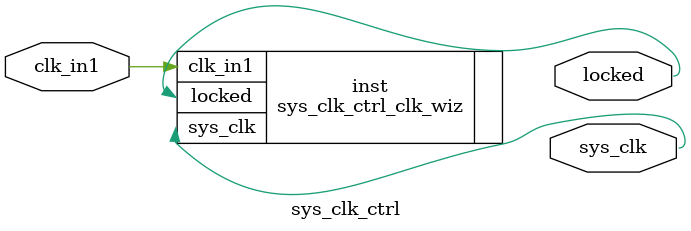
<source format=v>


`timescale 1ps/1ps

(* CORE_GENERATION_INFO = "sys_clk_ctrl,clk_wiz_v6_0_5_0_0,{component_name=sys_clk_ctrl,use_phase_alignment=true,use_min_o_jitter=false,use_max_i_jitter=false,use_dyn_phase_shift=false,use_inclk_switchover=false,use_dyn_reconfig=false,enable_axi=0,feedback_source=FDBK_AUTO,PRIMITIVE=MMCM,num_out_clk=1,clkin1_period=5.000,clkin2_period=10.0,use_power_down=false,use_reset=false,use_locked=true,use_inclk_stopped=false,feedback_type=SINGLE,CLOCK_MGR_TYPE=NA,manual_override=false}" *)

module sys_clk_ctrl 
 (
  // Clock out ports
  output        sys_clk,
  // Status and control signals
  output        locked,
 // Clock in ports
  input         clk_in1
 );

  sys_clk_ctrl_clk_wiz inst
  (
  // Clock out ports  
  .sys_clk(sys_clk),
  // Status and control signals               
  .locked(locked),
 // Clock in ports
  .clk_in1(clk_in1)
  );

endmodule

</source>
